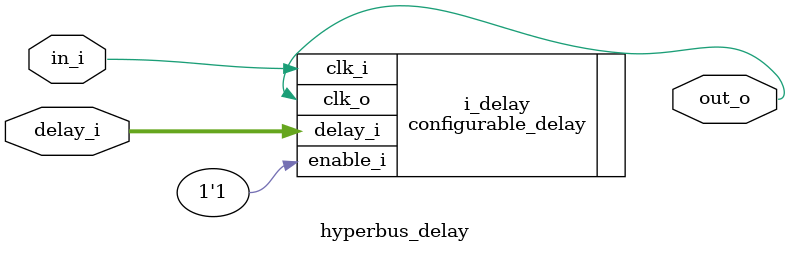
<source format=sv>

module hyperbus_delay (
    input  logic        in_i,
    input  logic [3:0]  delay_i,
    output logic        out_o
);

    configurable_delay #(
      .NUM_STEPS(16)
    ) i_delay (
        .clk_i      ( in_i      ),
        `ifndef TARGET_ASIC
        .enable_i   ( 1'b1      ),
        `endif
        .delay_i    ( delay_i   ),
        .clk_o      ( out_o     )
    );

endmodule : hyperbus_delay

</source>
